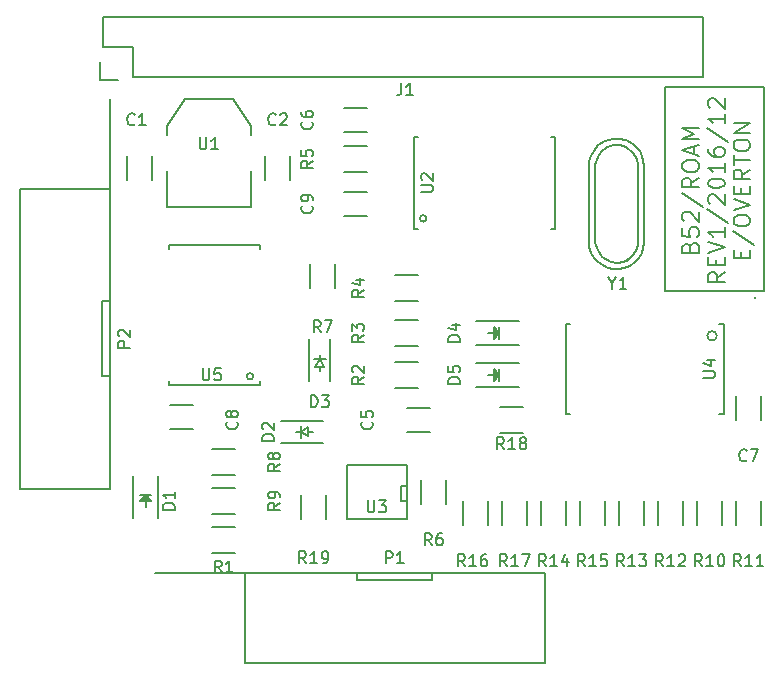
<source format=gto>
G04 #@! TF.FileFunction,Legend,Top*
%FSLAX46Y46*%
G04 Gerber Fmt 4.6, Leading zero omitted, Abs format (unit mm)*
G04 Created by KiCad (PCBNEW 4.0.2-1.fc23-product) date Wed 14 Dec 2016 11:24:26 GMT*
%MOMM*%
G01*
G04 APERTURE LIST*
%ADD10C,0.100000*%
%ADD11C,0.200000*%
%ADD12C,0.150000*%
%ADD13C,0.203200*%
%ADD14C,0.152400*%
G04 APERTURE END LIST*
D10*
D11*
X149860000Y-54356000D02*
X158242000Y-54356000D01*
X149860000Y-71628000D02*
X149860000Y-54356000D01*
X158242000Y-71628000D02*
X158242000Y-54356000D01*
X149860000Y-71628000D02*
X158242000Y-71628000D01*
X157480000Y-72263000D02*
X157480000Y-72136000D01*
X152045000Y-67919000D02*
X152111667Y-67719000D01*
X152178333Y-67652333D01*
X152311667Y-67585667D01*
X152511667Y-67585667D01*
X152645000Y-67652333D01*
X152711667Y-67719000D01*
X152778333Y-67852333D01*
X152778333Y-68385667D01*
X151378333Y-68385667D01*
X151378333Y-67919000D01*
X151445000Y-67785667D01*
X151511667Y-67719000D01*
X151645000Y-67652333D01*
X151778333Y-67652333D01*
X151911667Y-67719000D01*
X151978333Y-67785667D01*
X152045000Y-67919000D01*
X152045000Y-68385667D01*
X151378333Y-66319000D02*
X151378333Y-66985667D01*
X152045000Y-67052333D01*
X151978333Y-66985667D01*
X151911667Y-66852333D01*
X151911667Y-66519000D01*
X151978333Y-66385667D01*
X152045000Y-66319000D01*
X152178333Y-66252333D01*
X152511667Y-66252333D01*
X152645000Y-66319000D01*
X152711667Y-66385667D01*
X152778333Y-66519000D01*
X152778333Y-66852333D01*
X152711667Y-66985667D01*
X152645000Y-67052333D01*
X151511667Y-65719000D02*
X151445000Y-65652334D01*
X151378333Y-65519000D01*
X151378333Y-65185667D01*
X151445000Y-65052334D01*
X151511667Y-64985667D01*
X151645000Y-64919000D01*
X151778333Y-64919000D01*
X151978333Y-64985667D01*
X152778333Y-65785667D01*
X152778333Y-64919000D01*
X151311667Y-63319001D02*
X153111667Y-64519001D01*
X152778333Y-62052334D02*
X152111667Y-62519000D01*
X152778333Y-62852334D02*
X151378333Y-62852334D01*
X151378333Y-62319000D01*
X151445000Y-62185667D01*
X151511667Y-62119000D01*
X151645000Y-62052334D01*
X151845000Y-62052334D01*
X151978333Y-62119000D01*
X152045000Y-62185667D01*
X152111667Y-62319000D01*
X152111667Y-62852334D01*
X151378333Y-61185667D02*
X151378333Y-60919000D01*
X151445000Y-60785667D01*
X151578333Y-60652334D01*
X151845000Y-60585667D01*
X152311667Y-60585667D01*
X152578333Y-60652334D01*
X152711667Y-60785667D01*
X152778333Y-60919000D01*
X152778333Y-61185667D01*
X152711667Y-61319000D01*
X152578333Y-61452334D01*
X152311667Y-61519000D01*
X151845000Y-61519000D01*
X151578333Y-61452334D01*
X151445000Y-61319000D01*
X151378333Y-61185667D01*
X152378333Y-60052333D02*
X152378333Y-59385667D01*
X152778333Y-60185667D02*
X151378333Y-59719000D01*
X152778333Y-59252333D01*
X152778333Y-58785667D02*
X151378333Y-58785667D01*
X152378333Y-58319000D01*
X151378333Y-57852333D01*
X152778333Y-57852333D01*
X154938333Y-70052333D02*
X154271667Y-70518999D01*
X154938333Y-70852333D02*
X153538333Y-70852333D01*
X153538333Y-70318999D01*
X153605000Y-70185666D01*
X153671667Y-70118999D01*
X153805000Y-70052333D01*
X154005000Y-70052333D01*
X154138333Y-70118999D01*
X154205000Y-70185666D01*
X154271667Y-70318999D01*
X154271667Y-70852333D01*
X154205000Y-69452333D02*
X154205000Y-68985666D01*
X154938333Y-68785666D02*
X154938333Y-69452333D01*
X153538333Y-69452333D01*
X153538333Y-68785666D01*
X153538333Y-68385666D02*
X154938333Y-67918999D01*
X153538333Y-67452332D01*
X154938333Y-66252332D02*
X154938333Y-67052332D01*
X154938333Y-66652332D02*
X153538333Y-66652332D01*
X153738333Y-66785666D01*
X153871667Y-66918999D01*
X153938333Y-67052332D01*
X153471667Y-64652333D02*
X155271667Y-65852333D01*
X153671667Y-64252332D02*
X153605000Y-64185666D01*
X153538333Y-64052332D01*
X153538333Y-63718999D01*
X153605000Y-63585666D01*
X153671667Y-63518999D01*
X153805000Y-63452332D01*
X153938333Y-63452332D01*
X154138333Y-63518999D01*
X154938333Y-64318999D01*
X154938333Y-63452332D01*
X153538333Y-62585666D02*
X153538333Y-62452333D01*
X153605000Y-62318999D01*
X153671667Y-62252333D01*
X153805000Y-62185666D01*
X154071667Y-62118999D01*
X154405000Y-62118999D01*
X154671667Y-62185666D01*
X154805000Y-62252333D01*
X154871667Y-62318999D01*
X154938333Y-62452333D01*
X154938333Y-62585666D01*
X154871667Y-62718999D01*
X154805000Y-62785666D01*
X154671667Y-62852333D01*
X154405000Y-62918999D01*
X154071667Y-62918999D01*
X153805000Y-62852333D01*
X153671667Y-62785666D01*
X153605000Y-62718999D01*
X153538333Y-62585666D01*
X154938333Y-60785666D02*
X154938333Y-61585666D01*
X154938333Y-61185666D02*
X153538333Y-61185666D01*
X153738333Y-61319000D01*
X153871667Y-61452333D01*
X153938333Y-61585666D01*
X153538333Y-59585667D02*
X153538333Y-59852333D01*
X153605000Y-59985667D01*
X153671667Y-60052333D01*
X153871667Y-60185667D01*
X154138333Y-60252333D01*
X154671667Y-60252333D01*
X154805000Y-60185667D01*
X154871667Y-60119000D01*
X154938333Y-59985667D01*
X154938333Y-59719000D01*
X154871667Y-59585667D01*
X154805000Y-59519000D01*
X154671667Y-59452333D01*
X154338333Y-59452333D01*
X154205000Y-59519000D01*
X154138333Y-59585667D01*
X154071667Y-59719000D01*
X154071667Y-59985667D01*
X154138333Y-60119000D01*
X154205000Y-60185667D01*
X154338333Y-60252333D01*
X153471667Y-57852334D02*
X155271667Y-59052334D01*
X154938333Y-56652333D02*
X154938333Y-57452333D01*
X154938333Y-57052333D02*
X153538333Y-57052333D01*
X153738333Y-57185667D01*
X153871667Y-57319000D01*
X153938333Y-57452333D01*
X153671667Y-56119000D02*
X153605000Y-56052334D01*
X153538333Y-55919000D01*
X153538333Y-55585667D01*
X153605000Y-55452334D01*
X153671667Y-55385667D01*
X153805000Y-55319000D01*
X153938333Y-55319000D01*
X154138333Y-55385667D01*
X154938333Y-56185667D01*
X154938333Y-55319000D01*
X156365000Y-68819001D02*
X156365000Y-68352334D01*
X157098333Y-68152334D02*
X157098333Y-68819001D01*
X155698333Y-68819001D01*
X155698333Y-68152334D01*
X155631667Y-66552334D02*
X157431667Y-67752334D01*
X155698333Y-65819000D02*
X155698333Y-65552333D01*
X155765000Y-65419000D01*
X155898333Y-65285667D01*
X156165000Y-65219000D01*
X156631667Y-65219000D01*
X156898333Y-65285667D01*
X157031667Y-65419000D01*
X157098333Y-65552333D01*
X157098333Y-65819000D01*
X157031667Y-65952333D01*
X156898333Y-66085667D01*
X156631667Y-66152333D01*
X156165000Y-66152333D01*
X155898333Y-66085667D01*
X155765000Y-65952333D01*
X155698333Y-65819000D01*
X155698333Y-64819000D02*
X157098333Y-64352333D01*
X155698333Y-63885666D01*
X156365000Y-63419000D02*
X156365000Y-62952333D01*
X157098333Y-62752333D02*
X157098333Y-63419000D01*
X155698333Y-63419000D01*
X155698333Y-62752333D01*
X157098333Y-61352333D02*
X156431667Y-61818999D01*
X157098333Y-62152333D02*
X155698333Y-62152333D01*
X155698333Y-61618999D01*
X155765000Y-61485666D01*
X155831667Y-61418999D01*
X155965000Y-61352333D01*
X156165000Y-61352333D01*
X156298333Y-61418999D01*
X156365000Y-61485666D01*
X156431667Y-61618999D01*
X156431667Y-62152333D01*
X155698333Y-60952333D02*
X155698333Y-60152333D01*
X157098333Y-60552333D02*
X155698333Y-60552333D01*
X155698333Y-59418999D02*
X155698333Y-59152332D01*
X155765000Y-59018999D01*
X155898333Y-58885666D01*
X156165000Y-58818999D01*
X156631667Y-58818999D01*
X156898333Y-58885666D01*
X157031667Y-59018999D01*
X157098333Y-59152332D01*
X157098333Y-59418999D01*
X157031667Y-59552332D01*
X156898333Y-59685666D01*
X156631667Y-59752332D01*
X156165000Y-59752332D01*
X155898333Y-59685666D01*
X155765000Y-59552332D01*
X155698333Y-59418999D01*
X157098333Y-58218999D02*
X155698333Y-58218999D01*
X157098333Y-57418999D01*
X155698333Y-57418999D01*
D12*
X123825000Y-95504000D02*
X123825000Y-96139000D01*
X123825000Y-96139000D02*
X130175000Y-96139000D01*
X130175000Y-96139000D02*
X130175000Y-95504000D01*
X114300000Y-103124000D02*
X114300000Y-95504000D01*
X139700000Y-103124000D02*
X139700000Y-95504000D01*
X114300000Y-95504000D02*
X106680000Y-95504000D01*
X139700000Y-103124000D02*
X114300000Y-103124000D01*
X139700000Y-95504000D02*
X114300000Y-95504000D01*
X141482000Y-74432000D02*
X141482000Y-82032000D01*
X154882000Y-74432000D02*
X154482000Y-74432000D01*
X154882000Y-74432000D02*
X154882000Y-82032000D01*
X154882000Y-82032000D02*
X154482000Y-82032000D01*
X141882000Y-74432000D02*
X141482000Y-74432000D01*
X141882000Y-82032000D02*
X141482000Y-82032000D01*
D13*
X154282000Y-75432000D02*
G75*
G03X154282000Y-75432000I-400000J0D01*
G01*
D12*
X129702843Y-65484000D02*
G75*
G03X129702843Y-65484000I-282843J0D01*
G01*
X128670000Y-66359000D02*
X129015000Y-66359000D01*
X128670000Y-58609000D02*
X129015000Y-58609000D01*
X140570000Y-58609000D02*
X140225000Y-58609000D01*
X140570000Y-66359000D02*
X140225000Y-66359000D01*
X128670000Y-66359000D02*
X128670000Y-58609000D01*
X140570000Y-66359000D02*
X140570000Y-58609000D01*
X153150000Y-48450000D02*
X102350000Y-48450000D01*
X104890000Y-53530000D02*
X153150000Y-53530000D01*
X153150000Y-48450000D02*
X153150000Y-53530000D01*
X102350000Y-48450000D02*
X102350000Y-50990000D01*
X102070000Y-52260000D02*
X102070000Y-53810000D01*
X102350000Y-50990000D02*
X104890000Y-50990000D01*
X104890000Y-50990000D02*
X104890000Y-53530000D01*
X102070000Y-53810000D02*
X103620000Y-53810000D01*
X107696000Y-61468000D02*
X107696000Y-64516000D01*
X107696000Y-64516000D02*
X114808000Y-64516000D01*
X114808000Y-64516000D02*
X114808000Y-61468000D01*
X107696000Y-58420000D02*
X107696000Y-57658000D01*
X107696000Y-57658000D02*
X109220000Y-55372000D01*
X109220000Y-55372000D02*
X113284000Y-55372000D01*
X113284000Y-55372000D02*
X114808000Y-57658000D01*
X114808000Y-57658000D02*
X114808000Y-58420000D01*
X104868000Y-87258000D02*
X104868000Y-90858000D01*
X106968000Y-87258000D02*
X106968000Y-90858000D01*
X106218000Y-89308000D02*
X105618000Y-89308000D01*
X105618000Y-89308000D02*
X105918000Y-89008000D01*
X105918000Y-89008000D02*
X106118000Y-89208000D01*
X106118000Y-89208000D02*
X105868000Y-89208000D01*
X105868000Y-89208000D02*
X105918000Y-89158000D01*
X106418000Y-88908000D02*
X105418000Y-88908000D01*
X105918000Y-89408000D02*
X105918000Y-89908000D01*
X105918000Y-88908000D02*
X106418000Y-89408000D01*
X106418000Y-89408000D02*
X105418000Y-89408000D01*
X105418000Y-89408000D02*
X105918000Y-88908000D01*
X111522000Y-91635000D02*
X113522000Y-91635000D01*
X113522000Y-93785000D02*
X111522000Y-93785000D01*
X130032000Y-81525000D02*
X128032000Y-81525000D01*
X128032000Y-83575000D02*
X130032000Y-83575000D01*
X122698000Y-58175000D02*
X124698000Y-58175000D01*
X124698000Y-56125000D02*
X122698000Y-56125000D01*
X155947000Y-80534000D02*
X155947000Y-82534000D01*
X157997000Y-82534000D02*
X157997000Y-80534000D01*
X109966000Y-81271000D02*
X107966000Y-81271000D01*
X107966000Y-83321000D02*
X109966000Y-83321000D01*
X122698000Y-65287000D02*
X124698000Y-65287000D01*
X124698000Y-63237000D02*
X122698000Y-63237000D01*
X137532000Y-74134000D02*
X133932000Y-74134000D01*
X137532000Y-76234000D02*
X133932000Y-76234000D01*
X135482000Y-75484000D02*
X135482000Y-74884000D01*
X135482000Y-74884000D02*
X135782000Y-75184000D01*
X135782000Y-75184000D02*
X135582000Y-75384000D01*
X135582000Y-75384000D02*
X135582000Y-75134000D01*
X135582000Y-75134000D02*
X135632000Y-75184000D01*
X135882000Y-75684000D02*
X135882000Y-74684000D01*
X135382000Y-75184000D02*
X134882000Y-75184000D01*
X135882000Y-75184000D02*
X135382000Y-75684000D01*
X135382000Y-75684000D02*
X135382000Y-74684000D01*
X135382000Y-74684000D02*
X135882000Y-75184000D01*
X137532000Y-77690000D02*
X133932000Y-77690000D01*
X137532000Y-79790000D02*
X133932000Y-79790000D01*
X135482000Y-79040000D02*
X135482000Y-78440000D01*
X135482000Y-78440000D02*
X135782000Y-78740000D01*
X135782000Y-78740000D02*
X135582000Y-78940000D01*
X135582000Y-78940000D02*
X135582000Y-78690000D01*
X135582000Y-78690000D02*
X135632000Y-78740000D01*
X135882000Y-79240000D02*
X135882000Y-78240000D01*
X135382000Y-78740000D02*
X134882000Y-78740000D01*
X135882000Y-78740000D02*
X135382000Y-79240000D01*
X135382000Y-79240000D02*
X135382000Y-78240000D01*
X135382000Y-78240000D02*
X135882000Y-78740000D01*
X129016000Y-79815000D02*
X127016000Y-79815000D01*
X127016000Y-77665000D02*
X129016000Y-77665000D01*
X129016000Y-76259000D02*
X127016000Y-76259000D01*
X127016000Y-74109000D02*
X129016000Y-74109000D01*
X127016000Y-70299000D02*
X129016000Y-70299000D01*
X129016000Y-72449000D02*
X127016000Y-72449000D01*
X124698000Y-61527000D02*
X122698000Y-61527000D01*
X122698000Y-59377000D02*
X124698000Y-59377000D01*
X131377000Y-87646000D02*
X131377000Y-89646000D01*
X129227000Y-89646000D02*
X129227000Y-87646000D01*
X121979000Y-69358000D02*
X121979000Y-71358000D01*
X119829000Y-71358000D02*
X119829000Y-69358000D01*
X113522000Y-87181000D02*
X111522000Y-87181000D01*
X111522000Y-85031000D02*
X113522000Y-85031000D01*
X113522000Y-90483000D02*
X111522000Y-90483000D01*
X111522000Y-88333000D02*
X113522000Y-88333000D01*
X154745000Y-89424000D02*
X154745000Y-91424000D01*
X152595000Y-91424000D02*
X152595000Y-89424000D01*
X158047000Y-89424000D02*
X158047000Y-91424000D01*
X155897000Y-91424000D02*
X155897000Y-89424000D01*
X151443000Y-89424000D02*
X151443000Y-91424000D01*
X149293000Y-91424000D02*
X149293000Y-89424000D01*
X148141000Y-89424000D02*
X148141000Y-91424000D01*
X145991000Y-91424000D02*
X145991000Y-89424000D01*
X141537000Y-89424000D02*
X141537000Y-91424000D01*
X139387000Y-91424000D02*
X139387000Y-89424000D01*
X144839000Y-89424000D02*
X144839000Y-91424000D01*
X142689000Y-91424000D02*
X142689000Y-89424000D01*
X134933000Y-89424000D02*
X134933000Y-91424000D01*
X132783000Y-91424000D02*
X132783000Y-89424000D01*
X138235000Y-89424000D02*
X138235000Y-91424000D01*
X136085000Y-91424000D02*
X136085000Y-89424000D01*
X137906000Y-83625000D02*
X135906000Y-83625000D01*
X135906000Y-81475000D02*
X137906000Y-81475000D01*
X121217000Y-88916000D02*
X121217000Y-90916000D01*
X119067000Y-90916000D02*
X119067000Y-88916000D01*
X128016000Y-90932000D02*
X122936000Y-90932000D01*
X122936000Y-90932000D02*
X122936000Y-86360000D01*
X122936000Y-86360000D02*
X128016000Y-86360000D01*
X128016000Y-86360000D02*
X128016000Y-90932000D01*
X128016000Y-89408000D02*
X127508000Y-89408000D01*
X127508000Y-89408000D02*
X127508000Y-88138000D01*
X127508000Y-88138000D02*
X128016000Y-88138000D01*
X115042843Y-78860000D02*
G75*
G03X115042843Y-78860000I-282843J0D01*
G01*
X115635000Y-79610000D02*
X115635000Y-79265000D01*
X107885000Y-79610000D02*
X107885000Y-79265000D01*
X107885000Y-67710000D02*
X107885000Y-68055000D01*
X115635000Y-67710000D02*
X115635000Y-68055000D01*
X115635000Y-79610000D02*
X107885000Y-79610000D01*
X115635000Y-67710000D02*
X107885000Y-67710000D01*
X146796760Y-68961000D02*
X146395440Y-69161660D01*
X146395440Y-69161660D02*
X145796000Y-69263260D01*
X145796000Y-69263260D02*
X145295620Y-69161660D01*
X145295620Y-69161660D02*
X144597120Y-68762880D01*
X144597120Y-68762880D02*
X144195800Y-68160900D01*
X144195800Y-68160900D02*
X143995140Y-67561460D01*
X143995140Y-67561460D02*
X143995140Y-60962540D01*
X143995140Y-60962540D02*
X144195800Y-60261500D01*
X144195800Y-60261500D02*
X144495520Y-59862720D01*
X144495520Y-59862720D02*
X144995900Y-59461400D01*
X144995900Y-59461400D02*
X145595340Y-59260740D01*
X145595340Y-59260740D02*
X146095720Y-59260740D01*
X146095720Y-59260740D02*
X146596100Y-59461400D01*
X146596100Y-59461400D02*
X147195540Y-59961780D01*
X147195540Y-59961780D02*
X147495260Y-60462160D01*
X147495260Y-60462160D02*
X147596860Y-60962540D01*
X147596860Y-61061600D02*
X147596860Y-67663060D01*
X147596860Y-67663060D02*
X147495260Y-68061840D01*
X147495260Y-68061840D02*
X147195540Y-68562220D01*
X147195540Y-68562220D02*
X146695160Y-69062600D01*
X148125180Y-61071760D02*
X148076920Y-60612020D01*
X148076920Y-60612020D02*
X147965160Y-60213240D01*
X147965160Y-60213240D02*
X147746720Y-59781440D01*
X147746720Y-59781440D02*
X147515580Y-59491880D01*
X147515580Y-59491880D02*
X147165060Y-59161680D01*
X147165060Y-59161680D02*
X146626580Y-58872120D01*
X146626580Y-58872120D02*
X146027140Y-58742580D01*
X146027140Y-58742580D02*
X145516600Y-58742580D01*
X145516600Y-58742580D02*
X144815560Y-58912760D01*
X144815560Y-58912760D02*
X144226280Y-59311540D01*
X144226280Y-59311540D02*
X143855440Y-59771280D01*
X143855440Y-59771280D02*
X143647160Y-60192920D01*
X143647160Y-60192920D02*
X143487140Y-60642500D01*
X143487140Y-60642500D02*
X143456660Y-61081920D01*
X143675100Y-68422520D02*
X143896080Y-68800980D01*
X143896080Y-68800980D02*
X144175480Y-69121020D01*
X144175480Y-69121020D02*
X144505680Y-69372480D01*
X144505680Y-69372480D02*
X145056860Y-69672200D01*
X145056860Y-69672200D02*
X145526760Y-69781420D01*
X145526760Y-69781420D02*
X145986500Y-69801740D01*
X145986500Y-69801740D02*
X146446240Y-69712840D01*
X146446240Y-69712840D02*
X146895820Y-69522340D01*
X146895820Y-69522340D02*
X147365720Y-69161660D01*
X147365720Y-69161660D02*
X147685760Y-68811140D01*
X147685760Y-68811140D02*
X147916900Y-68422520D01*
X147916900Y-68422520D02*
X148056600Y-67993260D01*
X148056600Y-67993260D02*
X148125180Y-67551300D01*
X143466820Y-61061600D02*
X143466820Y-67513200D01*
X143466820Y-67513200D02*
X143504920Y-67932300D01*
X143504920Y-67932300D02*
X143675100Y-68422520D01*
X148125180Y-61061600D02*
X148125180Y-67513200D01*
X104385000Y-60214000D02*
X104385000Y-62214000D01*
X106435000Y-62214000D02*
X106435000Y-60214000D01*
X116069000Y-60214000D02*
X116069000Y-62214000D01*
X118119000Y-62214000D02*
X118119000Y-60214000D01*
X119697500Y-83566000D02*
X120078500Y-83566000D01*
X118681500Y-83566000D02*
X119062500Y-83566000D01*
X119062500Y-83566000D02*
X119697500Y-83185000D01*
X119697500Y-83185000D02*
X119697500Y-83947000D01*
X119697500Y-83947000D02*
X119062500Y-83566000D01*
X119062500Y-83058000D02*
X119062500Y-84074000D01*
X117380000Y-84466000D02*
X120920000Y-84466000D01*
X117380000Y-82666000D02*
X120920000Y-82666000D01*
X120650000Y-78041500D02*
X120650000Y-78422500D01*
X120650000Y-77025500D02*
X120650000Y-77406500D01*
X120650000Y-77406500D02*
X121031000Y-78041500D01*
X121031000Y-78041500D02*
X120269000Y-78041500D01*
X120269000Y-78041500D02*
X120650000Y-77406500D01*
X121158000Y-77406500D02*
X120142000Y-77406500D01*
X119750000Y-75724000D02*
X119750000Y-79264000D01*
X121550000Y-75724000D02*
X121550000Y-79264000D01*
X102870000Y-72517000D02*
X102235000Y-72517000D01*
X102235000Y-72517000D02*
X102235000Y-78867000D01*
X102235000Y-78867000D02*
X102870000Y-78867000D01*
X95250000Y-62992000D02*
X102870000Y-62992000D01*
X95250000Y-88392000D02*
X102870000Y-88392000D01*
X102870000Y-62992000D02*
X102870000Y-55372000D01*
X95250000Y-88392000D02*
X95250000Y-62992000D01*
X102870000Y-88392000D02*
X102870000Y-62992000D01*
X126261905Y-94686381D02*
X126261905Y-93686381D01*
X126642858Y-93686381D01*
X126738096Y-93734000D01*
X126785715Y-93781619D01*
X126833334Y-93876857D01*
X126833334Y-94019714D01*
X126785715Y-94114952D01*
X126738096Y-94162571D01*
X126642858Y-94210190D01*
X126261905Y-94210190D01*
X127785715Y-94686381D02*
X127214286Y-94686381D01*
X127500000Y-94686381D02*
X127500000Y-93686381D01*
X127404762Y-93829238D01*
X127309524Y-93924476D01*
X127214286Y-93972095D01*
D14*
X153122381Y-78993905D02*
X153931905Y-78993905D01*
X154027143Y-78946286D01*
X154074762Y-78898667D01*
X154122381Y-78803429D01*
X154122381Y-78612952D01*
X154074762Y-78517714D01*
X154027143Y-78470095D01*
X153931905Y-78422476D01*
X153122381Y-78422476D01*
X153455714Y-77517714D02*
X154122381Y-77517714D01*
X153074762Y-77755810D02*
X153789048Y-77993905D01*
X153789048Y-77374857D01*
D12*
X129246381Y-63245905D02*
X130055905Y-63245905D01*
X130151143Y-63198286D01*
X130198762Y-63150667D01*
X130246381Y-63055429D01*
X130246381Y-62864952D01*
X130198762Y-62769714D01*
X130151143Y-62722095D01*
X130055905Y-62674476D01*
X129246381Y-62674476D01*
X129341619Y-62245905D02*
X129294000Y-62198286D01*
X129246381Y-62103048D01*
X129246381Y-61864952D01*
X129294000Y-61769714D01*
X129341619Y-61722095D01*
X129436857Y-61674476D01*
X129532095Y-61674476D01*
X129674952Y-61722095D01*
X130246381Y-62293524D01*
X130246381Y-61674476D01*
X127555667Y-54062381D02*
X127555667Y-54776667D01*
X127508047Y-54919524D01*
X127412809Y-55014762D01*
X127269952Y-55062381D01*
X127174714Y-55062381D01*
X128555667Y-55062381D02*
X127984238Y-55062381D01*
X128269952Y-55062381D02*
X128269952Y-54062381D01*
X128174714Y-54205238D01*
X128079476Y-54300476D01*
X127984238Y-54348095D01*
X110490095Y-58634381D02*
X110490095Y-59443905D01*
X110537714Y-59539143D01*
X110585333Y-59586762D01*
X110680571Y-59634381D01*
X110871048Y-59634381D01*
X110966286Y-59586762D01*
X111013905Y-59539143D01*
X111061524Y-59443905D01*
X111061524Y-58634381D01*
X112061524Y-59634381D02*
X111490095Y-59634381D01*
X111775809Y-59634381D02*
X111775809Y-58634381D01*
X111680571Y-58777238D01*
X111585333Y-58872476D01*
X111490095Y-58920095D01*
X108370381Y-90146095D02*
X107370381Y-90146095D01*
X107370381Y-89908000D01*
X107418000Y-89765142D01*
X107513238Y-89669904D01*
X107608476Y-89622285D01*
X107798952Y-89574666D01*
X107941810Y-89574666D01*
X108132286Y-89622285D01*
X108227524Y-89669904D01*
X108322762Y-89765142D01*
X108370381Y-89908000D01*
X108370381Y-90146095D01*
X108370381Y-88622285D02*
X108370381Y-89193714D01*
X108370381Y-88908000D02*
X107370381Y-88908000D01*
X107513238Y-89003238D01*
X107608476Y-89098476D01*
X107656095Y-89193714D01*
X112355334Y-95462381D02*
X112022000Y-94986190D01*
X111783905Y-95462381D02*
X111783905Y-94462381D01*
X112164858Y-94462381D01*
X112260096Y-94510000D01*
X112307715Y-94557619D01*
X112355334Y-94652857D01*
X112355334Y-94795714D01*
X112307715Y-94890952D01*
X112260096Y-94938571D01*
X112164858Y-94986190D01*
X111783905Y-94986190D01*
X113307715Y-95462381D02*
X112736286Y-95462381D01*
X113022000Y-95462381D02*
X113022000Y-94462381D01*
X112926762Y-94605238D01*
X112831524Y-94700476D01*
X112736286Y-94748095D01*
X125071143Y-82716666D02*
X125118762Y-82764285D01*
X125166381Y-82907142D01*
X125166381Y-83002380D01*
X125118762Y-83145238D01*
X125023524Y-83240476D01*
X124928286Y-83288095D01*
X124737810Y-83335714D01*
X124594952Y-83335714D01*
X124404476Y-83288095D01*
X124309238Y-83240476D01*
X124214000Y-83145238D01*
X124166381Y-83002380D01*
X124166381Y-82907142D01*
X124214000Y-82764285D01*
X124261619Y-82716666D01*
X124166381Y-81811904D02*
X124166381Y-82288095D01*
X124642571Y-82335714D01*
X124594952Y-82288095D01*
X124547333Y-82192857D01*
X124547333Y-81954761D01*
X124594952Y-81859523D01*
X124642571Y-81811904D01*
X124737810Y-81764285D01*
X124975905Y-81764285D01*
X125071143Y-81811904D01*
X125118762Y-81859523D01*
X125166381Y-81954761D01*
X125166381Y-82192857D01*
X125118762Y-82288095D01*
X125071143Y-82335714D01*
X119991143Y-57316666D02*
X120038762Y-57364285D01*
X120086381Y-57507142D01*
X120086381Y-57602380D01*
X120038762Y-57745238D01*
X119943524Y-57840476D01*
X119848286Y-57888095D01*
X119657810Y-57935714D01*
X119514952Y-57935714D01*
X119324476Y-57888095D01*
X119229238Y-57840476D01*
X119134000Y-57745238D01*
X119086381Y-57602380D01*
X119086381Y-57507142D01*
X119134000Y-57364285D01*
X119181619Y-57316666D01*
X119086381Y-56459523D02*
X119086381Y-56650000D01*
X119134000Y-56745238D01*
X119181619Y-56792857D01*
X119324476Y-56888095D01*
X119514952Y-56935714D01*
X119895905Y-56935714D01*
X119991143Y-56888095D01*
X120038762Y-56840476D01*
X120086381Y-56745238D01*
X120086381Y-56554761D01*
X120038762Y-56459523D01*
X119991143Y-56411904D01*
X119895905Y-56364285D01*
X119657810Y-56364285D01*
X119562571Y-56411904D01*
X119514952Y-56459523D01*
X119467333Y-56554761D01*
X119467333Y-56745238D01*
X119514952Y-56840476D01*
X119562571Y-56888095D01*
X119657810Y-56935714D01*
X156805334Y-85955143D02*
X156757715Y-86002762D01*
X156614858Y-86050381D01*
X156519620Y-86050381D01*
X156376762Y-86002762D01*
X156281524Y-85907524D01*
X156233905Y-85812286D01*
X156186286Y-85621810D01*
X156186286Y-85478952D01*
X156233905Y-85288476D01*
X156281524Y-85193238D01*
X156376762Y-85098000D01*
X156519620Y-85050381D01*
X156614858Y-85050381D01*
X156757715Y-85098000D01*
X156805334Y-85145619D01*
X157138667Y-85050381D02*
X157805334Y-85050381D01*
X157376762Y-86050381D01*
X113641143Y-82716666D02*
X113688762Y-82764285D01*
X113736381Y-82907142D01*
X113736381Y-83002380D01*
X113688762Y-83145238D01*
X113593524Y-83240476D01*
X113498286Y-83288095D01*
X113307810Y-83335714D01*
X113164952Y-83335714D01*
X112974476Y-83288095D01*
X112879238Y-83240476D01*
X112784000Y-83145238D01*
X112736381Y-83002380D01*
X112736381Y-82907142D01*
X112784000Y-82764285D01*
X112831619Y-82716666D01*
X113164952Y-82145238D02*
X113117333Y-82240476D01*
X113069714Y-82288095D01*
X112974476Y-82335714D01*
X112926857Y-82335714D01*
X112831619Y-82288095D01*
X112784000Y-82240476D01*
X112736381Y-82145238D01*
X112736381Y-81954761D01*
X112784000Y-81859523D01*
X112831619Y-81811904D01*
X112926857Y-81764285D01*
X112974476Y-81764285D01*
X113069714Y-81811904D01*
X113117333Y-81859523D01*
X113164952Y-81954761D01*
X113164952Y-82145238D01*
X113212571Y-82240476D01*
X113260190Y-82288095D01*
X113355429Y-82335714D01*
X113545905Y-82335714D01*
X113641143Y-82288095D01*
X113688762Y-82240476D01*
X113736381Y-82145238D01*
X113736381Y-81954761D01*
X113688762Y-81859523D01*
X113641143Y-81811904D01*
X113545905Y-81764285D01*
X113355429Y-81764285D01*
X113260190Y-81811904D01*
X113212571Y-81859523D01*
X113164952Y-81954761D01*
X119991143Y-64428666D02*
X120038762Y-64476285D01*
X120086381Y-64619142D01*
X120086381Y-64714380D01*
X120038762Y-64857238D01*
X119943524Y-64952476D01*
X119848286Y-65000095D01*
X119657810Y-65047714D01*
X119514952Y-65047714D01*
X119324476Y-65000095D01*
X119229238Y-64952476D01*
X119134000Y-64857238D01*
X119086381Y-64714380D01*
X119086381Y-64619142D01*
X119134000Y-64476285D01*
X119181619Y-64428666D01*
X120086381Y-63952476D02*
X120086381Y-63762000D01*
X120038762Y-63666761D01*
X119991143Y-63619142D01*
X119848286Y-63523904D01*
X119657810Y-63476285D01*
X119276857Y-63476285D01*
X119181619Y-63523904D01*
X119134000Y-63571523D01*
X119086381Y-63666761D01*
X119086381Y-63857238D01*
X119134000Y-63952476D01*
X119181619Y-64000095D01*
X119276857Y-64047714D01*
X119514952Y-64047714D01*
X119610190Y-64000095D01*
X119657810Y-63952476D01*
X119705429Y-63857238D01*
X119705429Y-63666761D01*
X119657810Y-63571523D01*
X119610190Y-63523904D01*
X119514952Y-63476285D01*
X132532381Y-75922095D02*
X131532381Y-75922095D01*
X131532381Y-75684000D01*
X131580000Y-75541142D01*
X131675238Y-75445904D01*
X131770476Y-75398285D01*
X131960952Y-75350666D01*
X132103810Y-75350666D01*
X132294286Y-75398285D01*
X132389524Y-75445904D01*
X132484762Y-75541142D01*
X132532381Y-75684000D01*
X132532381Y-75922095D01*
X131865714Y-74493523D02*
X132532381Y-74493523D01*
X131484762Y-74731619D02*
X132199048Y-74969714D01*
X132199048Y-74350666D01*
X132532381Y-79478095D02*
X131532381Y-79478095D01*
X131532381Y-79240000D01*
X131580000Y-79097142D01*
X131675238Y-79001904D01*
X131770476Y-78954285D01*
X131960952Y-78906666D01*
X132103810Y-78906666D01*
X132294286Y-78954285D01*
X132389524Y-79001904D01*
X132484762Y-79097142D01*
X132532381Y-79240000D01*
X132532381Y-79478095D01*
X131532381Y-78001904D02*
X131532381Y-78478095D01*
X132008571Y-78525714D01*
X131960952Y-78478095D01*
X131913333Y-78382857D01*
X131913333Y-78144761D01*
X131960952Y-78049523D01*
X132008571Y-78001904D01*
X132103810Y-77954285D01*
X132341905Y-77954285D01*
X132437143Y-78001904D01*
X132484762Y-78049523D01*
X132532381Y-78144761D01*
X132532381Y-78382857D01*
X132484762Y-78478095D01*
X132437143Y-78525714D01*
X124404381Y-78906666D02*
X123928190Y-79240000D01*
X124404381Y-79478095D02*
X123404381Y-79478095D01*
X123404381Y-79097142D01*
X123452000Y-79001904D01*
X123499619Y-78954285D01*
X123594857Y-78906666D01*
X123737714Y-78906666D01*
X123832952Y-78954285D01*
X123880571Y-79001904D01*
X123928190Y-79097142D01*
X123928190Y-79478095D01*
X123499619Y-78525714D02*
X123452000Y-78478095D01*
X123404381Y-78382857D01*
X123404381Y-78144761D01*
X123452000Y-78049523D01*
X123499619Y-78001904D01*
X123594857Y-77954285D01*
X123690095Y-77954285D01*
X123832952Y-78001904D01*
X124404381Y-78573333D01*
X124404381Y-77954285D01*
X124404381Y-75350666D02*
X123928190Y-75684000D01*
X124404381Y-75922095D02*
X123404381Y-75922095D01*
X123404381Y-75541142D01*
X123452000Y-75445904D01*
X123499619Y-75398285D01*
X123594857Y-75350666D01*
X123737714Y-75350666D01*
X123832952Y-75398285D01*
X123880571Y-75445904D01*
X123928190Y-75541142D01*
X123928190Y-75922095D01*
X123404381Y-75017333D02*
X123404381Y-74398285D01*
X123785333Y-74731619D01*
X123785333Y-74588761D01*
X123832952Y-74493523D01*
X123880571Y-74445904D01*
X123975810Y-74398285D01*
X124213905Y-74398285D01*
X124309143Y-74445904D01*
X124356762Y-74493523D01*
X124404381Y-74588761D01*
X124404381Y-74874476D01*
X124356762Y-74969714D01*
X124309143Y-75017333D01*
X124404381Y-71540666D02*
X123928190Y-71874000D01*
X124404381Y-72112095D02*
X123404381Y-72112095D01*
X123404381Y-71731142D01*
X123452000Y-71635904D01*
X123499619Y-71588285D01*
X123594857Y-71540666D01*
X123737714Y-71540666D01*
X123832952Y-71588285D01*
X123880571Y-71635904D01*
X123928190Y-71731142D01*
X123928190Y-72112095D01*
X123737714Y-70683523D02*
X124404381Y-70683523D01*
X123356762Y-70921619D02*
X124071048Y-71159714D01*
X124071048Y-70540666D01*
X120086381Y-60618666D02*
X119610190Y-60952000D01*
X120086381Y-61190095D02*
X119086381Y-61190095D01*
X119086381Y-60809142D01*
X119134000Y-60713904D01*
X119181619Y-60666285D01*
X119276857Y-60618666D01*
X119419714Y-60618666D01*
X119514952Y-60666285D01*
X119562571Y-60713904D01*
X119610190Y-60809142D01*
X119610190Y-61190095D01*
X119086381Y-59713904D02*
X119086381Y-60190095D01*
X119562571Y-60237714D01*
X119514952Y-60190095D01*
X119467333Y-60094857D01*
X119467333Y-59856761D01*
X119514952Y-59761523D01*
X119562571Y-59713904D01*
X119657810Y-59666285D01*
X119895905Y-59666285D01*
X119991143Y-59713904D01*
X120038762Y-59761523D01*
X120086381Y-59856761D01*
X120086381Y-60094857D01*
X120038762Y-60190095D01*
X119991143Y-60237714D01*
X130135334Y-93162381D02*
X129802000Y-92686190D01*
X129563905Y-93162381D02*
X129563905Y-92162381D01*
X129944858Y-92162381D01*
X130040096Y-92210000D01*
X130087715Y-92257619D01*
X130135334Y-92352857D01*
X130135334Y-92495714D01*
X130087715Y-92590952D01*
X130040096Y-92638571D01*
X129944858Y-92686190D01*
X129563905Y-92686190D01*
X130992477Y-92162381D02*
X130802000Y-92162381D01*
X130706762Y-92210000D01*
X130659143Y-92257619D01*
X130563905Y-92400476D01*
X130516286Y-92590952D01*
X130516286Y-92971905D01*
X130563905Y-93067143D01*
X130611524Y-93114762D01*
X130706762Y-93162381D01*
X130897239Y-93162381D01*
X130992477Y-93114762D01*
X131040096Y-93067143D01*
X131087715Y-92971905D01*
X131087715Y-92733810D01*
X131040096Y-92638571D01*
X130992477Y-92590952D01*
X130897239Y-92543333D01*
X130706762Y-92543333D01*
X130611524Y-92590952D01*
X130563905Y-92638571D01*
X130516286Y-92733810D01*
X120737334Y-75128381D02*
X120404000Y-74652190D01*
X120165905Y-75128381D02*
X120165905Y-74128381D01*
X120546858Y-74128381D01*
X120642096Y-74176000D01*
X120689715Y-74223619D01*
X120737334Y-74318857D01*
X120737334Y-74461714D01*
X120689715Y-74556952D01*
X120642096Y-74604571D01*
X120546858Y-74652190D01*
X120165905Y-74652190D01*
X121070667Y-74128381D02*
X121737334Y-74128381D01*
X121308762Y-75128381D01*
X117292381Y-86272666D02*
X116816190Y-86606000D01*
X117292381Y-86844095D02*
X116292381Y-86844095D01*
X116292381Y-86463142D01*
X116340000Y-86367904D01*
X116387619Y-86320285D01*
X116482857Y-86272666D01*
X116625714Y-86272666D01*
X116720952Y-86320285D01*
X116768571Y-86367904D01*
X116816190Y-86463142D01*
X116816190Y-86844095D01*
X116720952Y-85701238D02*
X116673333Y-85796476D01*
X116625714Y-85844095D01*
X116530476Y-85891714D01*
X116482857Y-85891714D01*
X116387619Y-85844095D01*
X116340000Y-85796476D01*
X116292381Y-85701238D01*
X116292381Y-85510761D01*
X116340000Y-85415523D01*
X116387619Y-85367904D01*
X116482857Y-85320285D01*
X116530476Y-85320285D01*
X116625714Y-85367904D01*
X116673333Y-85415523D01*
X116720952Y-85510761D01*
X116720952Y-85701238D01*
X116768571Y-85796476D01*
X116816190Y-85844095D01*
X116911429Y-85891714D01*
X117101905Y-85891714D01*
X117197143Y-85844095D01*
X117244762Y-85796476D01*
X117292381Y-85701238D01*
X117292381Y-85510761D01*
X117244762Y-85415523D01*
X117197143Y-85367904D01*
X117101905Y-85320285D01*
X116911429Y-85320285D01*
X116816190Y-85367904D01*
X116768571Y-85415523D01*
X116720952Y-85510761D01*
X117292381Y-89574666D02*
X116816190Y-89908000D01*
X117292381Y-90146095D02*
X116292381Y-90146095D01*
X116292381Y-89765142D01*
X116340000Y-89669904D01*
X116387619Y-89622285D01*
X116482857Y-89574666D01*
X116625714Y-89574666D01*
X116720952Y-89622285D01*
X116768571Y-89669904D01*
X116816190Y-89765142D01*
X116816190Y-90146095D01*
X117292381Y-89098476D02*
X117292381Y-88908000D01*
X117244762Y-88812761D01*
X117197143Y-88765142D01*
X117054286Y-88669904D01*
X116863810Y-88622285D01*
X116482857Y-88622285D01*
X116387619Y-88669904D01*
X116340000Y-88717523D01*
X116292381Y-88812761D01*
X116292381Y-89003238D01*
X116340000Y-89098476D01*
X116387619Y-89146095D01*
X116482857Y-89193714D01*
X116720952Y-89193714D01*
X116816190Y-89146095D01*
X116863810Y-89098476D01*
X116911429Y-89003238D01*
X116911429Y-88812761D01*
X116863810Y-88717523D01*
X116816190Y-88669904D01*
X116720952Y-88622285D01*
X153027143Y-94940381D02*
X152693809Y-94464190D01*
X152455714Y-94940381D02*
X152455714Y-93940381D01*
X152836667Y-93940381D01*
X152931905Y-93988000D01*
X152979524Y-94035619D01*
X153027143Y-94130857D01*
X153027143Y-94273714D01*
X152979524Y-94368952D01*
X152931905Y-94416571D01*
X152836667Y-94464190D01*
X152455714Y-94464190D01*
X153979524Y-94940381D02*
X153408095Y-94940381D01*
X153693809Y-94940381D02*
X153693809Y-93940381D01*
X153598571Y-94083238D01*
X153503333Y-94178476D01*
X153408095Y-94226095D01*
X154598571Y-93940381D02*
X154693810Y-93940381D01*
X154789048Y-93988000D01*
X154836667Y-94035619D01*
X154884286Y-94130857D01*
X154931905Y-94321333D01*
X154931905Y-94559429D01*
X154884286Y-94749905D01*
X154836667Y-94845143D01*
X154789048Y-94892762D01*
X154693810Y-94940381D01*
X154598571Y-94940381D01*
X154503333Y-94892762D01*
X154455714Y-94845143D01*
X154408095Y-94749905D01*
X154360476Y-94559429D01*
X154360476Y-94321333D01*
X154408095Y-94130857D01*
X154455714Y-94035619D01*
X154503333Y-93988000D01*
X154598571Y-93940381D01*
X156329143Y-94940381D02*
X155995809Y-94464190D01*
X155757714Y-94940381D02*
X155757714Y-93940381D01*
X156138667Y-93940381D01*
X156233905Y-93988000D01*
X156281524Y-94035619D01*
X156329143Y-94130857D01*
X156329143Y-94273714D01*
X156281524Y-94368952D01*
X156233905Y-94416571D01*
X156138667Y-94464190D01*
X155757714Y-94464190D01*
X157281524Y-94940381D02*
X156710095Y-94940381D01*
X156995809Y-94940381D02*
X156995809Y-93940381D01*
X156900571Y-94083238D01*
X156805333Y-94178476D01*
X156710095Y-94226095D01*
X158233905Y-94940381D02*
X157662476Y-94940381D01*
X157948190Y-94940381D02*
X157948190Y-93940381D01*
X157852952Y-94083238D01*
X157757714Y-94178476D01*
X157662476Y-94226095D01*
X149725143Y-94940381D02*
X149391809Y-94464190D01*
X149153714Y-94940381D02*
X149153714Y-93940381D01*
X149534667Y-93940381D01*
X149629905Y-93988000D01*
X149677524Y-94035619D01*
X149725143Y-94130857D01*
X149725143Y-94273714D01*
X149677524Y-94368952D01*
X149629905Y-94416571D01*
X149534667Y-94464190D01*
X149153714Y-94464190D01*
X150677524Y-94940381D02*
X150106095Y-94940381D01*
X150391809Y-94940381D02*
X150391809Y-93940381D01*
X150296571Y-94083238D01*
X150201333Y-94178476D01*
X150106095Y-94226095D01*
X151058476Y-94035619D02*
X151106095Y-93988000D01*
X151201333Y-93940381D01*
X151439429Y-93940381D01*
X151534667Y-93988000D01*
X151582286Y-94035619D01*
X151629905Y-94130857D01*
X151629905Y-94226095D01*
X151582286Y-94368952D01*
X151010857Y-94940381D01*
X151629905Y-94940381D01*
X146423143Y-94940381D02*
X146089809Y-94464190D01*
X145851714Y-94940381D02*
X145851714Y-93940381D01*
X146232667Y-93940381D01*
X146327905Y-93988000D01*
X146375524Y-94035619D01*
X146423143Y-94130857D01*
X146423143Y-94273714D01*
X146375524Y-94368952D01*
X146327905Y-94416571D01*
X146232667Y-94464190D01*
X145851714Y-94464190D01*
X147375524Y-94940381D02*
X146804095Y-94940381D01*
X147089809Y-94940381D02*
X147089809Y-93940381D01*
X146994571Y-94083238D01*
X146899333Y-94178476D01*
X146804095Y-94226095D01*
X147708857Y-93940381D02*
X148327905Y-93940381D01*
X147994571Y-94321333D01*
X148137429Y-94321333D01*
X148232667Y-94368952D01*
X148280286Y-94416571D01*
X148327905Y-94511810D01*
X148327905Y-94749905D01*
X148280286Y-94845143D01*
X148232667Y-94892762D01*
X148137429Y-94940381D01*
X147851714Y-94940381D01*
X147756476Y-94892762D01*
X147708857Y-94845143D01*
X139819143Y-94940381D02*
X139485809Y-94464190D01*
X139247714Y-94940381D02*
X139247714Y-93940381D01*
X139628667Y-93940381D01*
X139723905Y-93988000D01*
X139771524Y-94035619D01*
X139819143Y-94130857D01*
X139819143Y-94273714D01*
X139771524Y-94368952D01*
X139723905Y-94416571D01*
X139628667Y-94464190D01*
X139247714Y-94464190D01*
X140771524Y-94940381D02*
X140200095Y-94940381D01*
X140485809Y-94940381D02*
X140485809Y-93940381D01*
X140390571Y-94083238D01*
X140295333Y-94178476D01*
X140200095Y-94226095D01*
X141628667Y-94273714D02*
X141628667Y-94940381D01*
X141390571Y-93892762D02*
X141152476Y-94607048D01*
X141771524Y-94607048D01*
X143121143Y-94940381D02*
X142787809Y-94464190D01*
X142549714Y-94940381D02*
X142549714Y-93940381D01*
X142930667Y-93940381D01*
X143025905Y-93988000D01*
X143073524Y-94035619D01*
X143121143Y-94130857D01*
X143121143Y-94273714D01*
X143073524Y-94368952D01*
X143025905Y-94416571D01*
X142930667Y-94464190D01*
X142549714Y-94464190D01*
X144073524Y-94940381D02*
X143502095Y-94940381D01*
X143787809Y-94940381D02*
X143787809Y-93940381D01*
X143692571Y-94083238D01*
X143597333Y-94178476D01*
X143502095Y-94226095D01*
X144978286Y-93940381D02*
X144502095Y-93940381D01*
X144454476Y-94416571D01*
X144502095Y-94368952D01*
X144597333Y-94321333D01*
X144835429Y-94321333D01*
X144930667Y-94368952D01*
X144978286Y-94416571D01*
X145025905Y-94511810D01*
X145025905Y-94749905D01*
X144978286Y-94845143D01*
X144930667Y-94892762D01*
X144835429Y-94940381D01*
X144597333Y-94940381D01*
X144502095Y-94892762D01*
X144454476Y-94845143D01*
X132961143Y-94940381D02*
X132627809Y-94464190D01*
X132389714Y-94940381D02*
X132389714Y-93940381D01*
X132770667Y-93940381D01*
X132865905Y-93988000D01*
X132913524Y-94035619D01*
X132961143Y-94130857D01*
X132961143Y-94273714D01*
X132913524Y-94368952D01*
X132865905Y-94416571D01*
X132770667Y-94464190D01*
X132389714Y-94464190D01*
X133913524Y-94940381D02*
X133342095Y-94940381D01*
X133627809Y-94940381D02*
X133627809Y-93940381D01*
X133532571Y-94083238D01*
X133437333Y-94178476D01*
X133342095Y-94226095D01*
X134770667Y-93940381D02*
X134580190Y-93940381D01*
X134484952Y-93988000D01*
X134437333Y-94035619D01*
X134342095Y-94178476D01*
X134294476Y-94368952D01*
X134294476Y-94749905D01*
X134342095Y-94845143D01*
X134389714Y-94892762D01*
X134484952Y-94940381D01*
X134675429Y-94940381D01*
X134770667Y-94892762D01*
X134818286Y-94845143D01*
X134865905Y-94749905D01*
X134865905Y-94511810D01*
X134818286Y-94416571D01*
X134770667Y-94368952D01*
X134675429Y-94321333D01*
X134484952Y-94321333D01*
X134389714Y-94368952D01*
X134342095Y-94416571D01*
X134294476Y-94511810D01*
X136517143Y-94940381D02*
X136183809Y-94464190D01*
X135945714Y-94940381D02*
X135945714Y-93940381D01*
X136326667Y-93940381D01*
X136421905Y-93988000D01*
X136469524Y-94035619D01*
X136517143Y-94130857D01*
X136517143Y-94273714D01*
X136469524Y-94368952D01*
X136421905Y-94416571D01*
X136326667Y-94464190D01*
X135945714Y-94464190D01*
X137469524Y-94940381D02*
X136898095Y-94940381D01*
X137183809Y-94940381D02*
X137183809Y-93940381D01*
X137088571Y-94083238D01*
X136993333Y-94178476D01*
X136898095Y-94226095D01*
X137802857Y-93940381D02*
X138469524Y-93940381D01*
X138040952Y-94940381D01*
X136263143Y-85034381D02*
X135929809Y-84558190D01*
X135691714Y-85034381D02*
X135691714Y-84034381D01*
X136072667Y-84034381D01*
X136167905Y-84082000D01*
X136215524Y-84129619D01*
X136263143Y-84224857D01*
X136263143Y-84367714D01*
X136215524Y-84462952D01*
X136167905Y-84510571D01*
X136072667Y-84558190D01*
X135691714Y-84558190D01*
X137215524Y-85034381D02*
X136644095Y-85034381D01*
X136929809Y-85034381D02*
X136929809Y-84034381D01*
X136834571Y-84177238D01*
X136739333Y-84272476D01*
X136644095Y-84320095D01*
X137786952Y-84462952D02*
X137691714Y-84415333D01*
X137644095Y-84367714D01*
X137596476Y-84272476D01*
X137596476Y-84224857D01*
X137644095Y-84129619D01*
X137691714Y-84082000D01*
X137786952Y-84034381D01*
X137977429Y-84034381D01*
X138072667Y-84082000D01*
X138120286Y-84129619D01*
X138167905Y-84224857D01*
X138167905Y-84272476D01*
X138120286Y-84367714D01*
X138072667Y-84415333D01*
X137977429Y-84462952D01*
X137786952Y-84462952D01*
X137691714Y-84510571D01*
X137644095Y-84558190D01*
X137596476Y-84653429D01*
X137596476Y-84843905D01*
X137644095Y-84939143D01*
X137691714Y-84986762D01*
X137786952Y-85034381D01*
X137977429Y-85034381D01*
X138072667Y-84986762D01*
X138120286Y-84939143D01*
X138167905Y-84843905D01*
X138167905Y-84653429D01*
X138120286Y-84558190D01*
X138072667Y-84510571D01*
X137977429Y-84462952D01*
X119499143Y-94686381D02*
X119165809Y-94210190D01*
X118927714Y-94686381D02*
X118927714Y-93686381D01*
X119308667Y-93686381D01*
X119403905Y-93734000D01*
X119451524Y-93781619D01*
X119499143Y-93876857D01*
X119499143Y-94019714D01*
X119451524Y-94114952D01*
X119403905Y-94162571D01*
X119308667Y-94210190D01*
X118927714Y-94210190D01*
X120451524Y-94686381D02*
X119880095Y-94686381D01*
X120165809Y-94686381D02*
X120165809Y-93686381D01*
X120070571Y-93829238D01*
X119975333Y-93924476D01*
X119880095Y-93972095D01*
X120927714Y-94686381D02*
X121118190Y-94686381D01*
X121213429Y-94638762D01*
X121261048Y-94591143D01*
X121356286Y-94448286D01*
X121403905Y-94257810D01*
X121403905Y-93876857D01*
X121356286Y-93781619D01*
X121308667Y-93734000D01*
X121213429Y-93686381D01*
X121022952Y-93686381D01*
X120927714Y-93734000D01*
X120880095Y-93781619D01*
X120832476Y-93876857D01*
X120832476Y-94114952D01*
X120880095Y-94210190D01*
X120927714Y-94257810D01*
X121022952Y-94305429D01*
X121213429Y-94305429D01*
X121308667Y-94257810D01*
X121356286Y-94210190D01*
X121403905Y-94114952D01*
X124714095Y-89368381D02*
X124714095Y-90177905D01*
X124761714Y-90273143D01*
X124809333Y-90320762D01*
X124904571Y-90368381D01*
X125095048Y-90368381D01*
X125190286Y-90320762D01*
X125237905Y-90273143D01*
X125285524Y-90177905D01*
X125285524Y-89368381D01*
X125666476Y-89368381D02*
X126285524Y-89368381D01*
X125952190Y-89749333D01*
X126095048Y-89749333D01*
X126190286Y-89796952D01*
X126237905Y-89844571D01*
X126285524Y-89939810D01*
X126285524Y-90177905D01*
X126237905Y-90273143D01*
X126190286Y-90320762D01*
X126095048Y-90368381D01*
X125809333Y-90368381D01*
X125714095Y-90320762D01*
X125666476Y-90273143D01*
X110744095Y-78192381D02*
X110744095Y-79001905D01*
X110791714Y-79097143D01*
X110839333Y-79144762D01*
X110934571Y-79192381D01*
X111125048Y-79192381D01*
X111220286Y-79144762D01*
X111267905Y-79097143D01*
X111315524Y-79001905D01*
X111315524Y-78192381D01*
X112267905Y-78192381D02*
X111791714Y-78192381D01*
X111744095Y-78668571D01*
X111791714Y-78620952D01*
X111886952Y-78573333D01*
X112125048Y-78573333D01*
X112220286Y-78620952D01*
X112267905Y-78668571D01*
X112315524Y-78763810D01*
X112315524Y-79001905D01*
X112267905Y-79097143D01*
X112220286Y-79144762D01*
X112125048Y-79192381D01*
X111886952Y-79192381D01*
X111791714Y-79144762D01*
X111744095Y-79097143D01*
X145446809Y-70969190D02*
X145446809Y-71445381D01*
X145113476Y-70445381D02*
X145446809Y-70969190D01*
X145780143Y-70445381D01*
X146637286Y-71445381D02*
X146065857Y-71445381D01*
X146351571Y-71445381D02*
X146351571Y-70445381D01*
X146256333Y-70588238D01*
X146161095Y-70683476D01*
X146065857Y-70731095D01*
X104989334Y-57507143D02*
X104941715Y-57554762D01*
X104798858Y-57602381D01*
X104703620Y-57602381D01*
X104560762Y-57554762D01*
X104465524Y-57459524D01*
X104417905Y-57364286D01*
X104370286Y-57173810D01*
X104370286Y-57030952D01*
X104417905Y-56840476D01*
X104465524Y-56745238D01*
X104560762Y-56650000D01*
X104703620Y-56602381D01*
X104798858Y-56602381D01*
X104941715Y-56650000D01*
X104989334Y-56697619D01*
X105941715Y-57602381D02*
X105370286Y-57602381D01*
X105656000Y-57602381D02*
X105656000Y-56602381D01*
X105560762Y-56745238D01*
X105465524Y-56840476D01*
X105370286Y-56888095D01*
X116927334Y-57507143D02*
X116879715Y-57554762D01*
X116736858Y-57602381D01*
X116641620Y-57602381D01*
X116498762Y-57554762D01*
X116403524Y-57459524D01*
X116355905Y-57364286D01*
X116308286Y-57173810D01*
X116308286Y-57030952D01*
X116355905Y-56840476D01*
X116403524Y-56745238D01*
X116498762Y-56650000D01*
X116641620Y-56602381D01*
X116736858Y-56602381D01*
X116879715Y-56650000D01*
X116927334Y-56697619D01*
X117308286Y-56697619D02*
X117355905Y-56650000D01*
X117451143Y-56602381D01*
X117689239Y-56602381D01*
X117784477Y-56650000D01*
X117832096Y-56697619D01*
X117879715Y-56792857D01*
X117879715Y-56888095D01*
X117832096Y-57030952D01*
X117260667Y-57602381D01*
X117879715Y-57602381D01*
X116784381Y-84304095D02*
X115784381Y-84304095D01*
X115784381Y-84066000D01*
X115832000Y-83923142D01*
X115927238Y-83827904D01*
X116022476Y-83780285D01*
X116212952Y-83732666D01*
X116355810Y-83732666D01*
X116546286Y-83780285D01*
X116641524Y-83827904D01*
X116736762Y-83923142D01*
X116784381Y-84066000D01*
X116784381Y-84304095D01*
X115879619Y-83351714D02*
X115832000Y-83304095D01*
X115784381Y-83208857D01*
X115784381Y-82970761D01*
X115832000Y-82875523D01*
X115879619Y-82827904D01*
X115974857Y-82780285D01*
X116070095Y-82780285D01*
X116212952Y-82827904D01*
X116784381Y-83399333D01*
X116784381Y-82780285D01*
X119911905Y-81478381D02*
X119911905Y-80478381D01*
X120150000Y-80478381D01*
X120292858Y-80526000D01*
X120388096Y-80621238D01*
X120435715Y-80716476D01*
X120483334Y-80906952D01*
X120483334Y-81049810D01*
X120435715Y-81240286D01*
X120388096Y-81335524D01*
X120292858Y-81430762D01*
X120150000Y-81478381D01*
X119911905Y-81478381D01*
X120816667Y-80478381D02*
X121435715Y-80478381D01*
X121102381Y-80859333D01*
X121245239Y-80859333D01*
X121340477Y-80906952D01*
X121388096Y-80954571D01*
X121435715Y-81049810D01*
X121435715Y-81287905D01*
X121388096Y-81383143D01*
X121340477Y-81430762D01*
X121245239Y-81478381D01*
X120959524Y-81478381D01*
X120864286Y-81430762D01*
X120816667Y-81383143D01*
X104592381Y-76430095D02*
X103592381Y-76430095D01*
X103592381Y-76049142D01*
X103640000Y-75953904D01*
X103687619Y-75906285D01*
X103782857Y-75858666D01*
X103925714Y-75858666D01*
X104020952Y-75906285D01*
X104068571Y-75953904D01*
X104116190Y-76049142D01*
X104116190Y-76430095D01*
X103687619Y-75477714D02*
X103640000Y-75430095D01*
X103592381Y-75334857D01*
X103592381Y-75096761D01*
X103640000Y-75001523D01*
X103687619Y-74953904D01*
X103782857Y-74906285D01*
X103878095Y-74906285D01*
X104020952Y-74953904D01*
X104592381Y-75525333D01*
X104592381Y-74906285D01*
M02*

</source>
